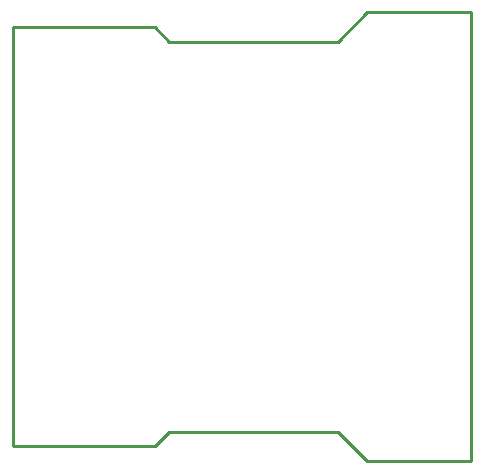
<source format=gbo>
G04*
G04 #@! TF.GenerationSoftware,Altium Limited,Altium Designer,24.0.1 (36)*
G04*
G04 Layer_Color=32896*
%FSLAX25Y25*%
%MOIN*%
G70*
G04*
G04 #@! TF.SameCoordinates,1973DDD8-50FA-473A-AABA-CD6713E7F6C3*
G04*
G04*
G04 #@! TF.FilePolarity,Positive*
G04*
G01*
G75*
%ADD13C,0.00984*%
D13*
X152559Y-4921D02*
Y144685D01*
X0Y0D02*
Y139764D01*
Y0D02*
X47244D01*
X52165Y4921D01*
X108268D01*
X118110Y-4921D01*
X152559D01*
X118110Y144685D02*
X152559D01*
X108268Y134843D02*
X118110Y144685D01*
X52165Y134843D02*
X108268D01*
X47244Y139764D02*
X52165Y134843D01*
X0Y139764D02*
X47244D01*
M02*

</source>
